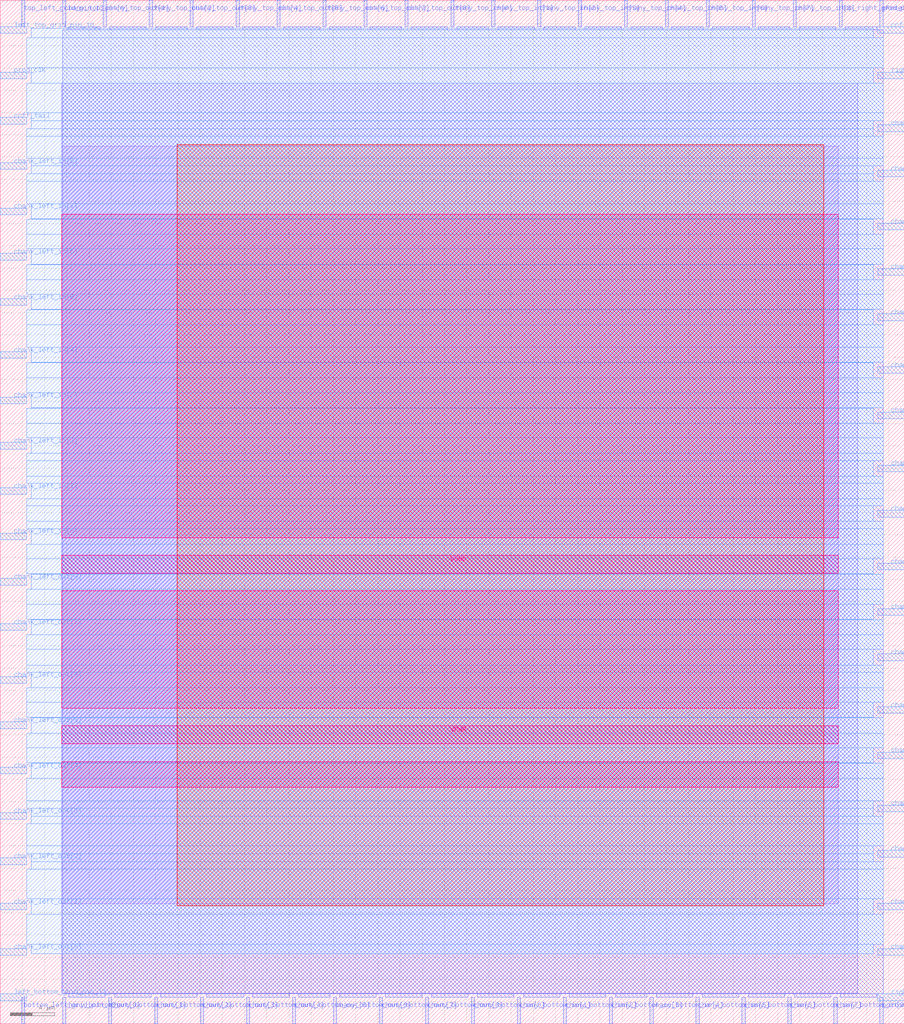
<source format=lef>
VERSION 5.7 ;
  NOWIREEXTENSIONATPIN ON ;
  DIVIDERCHAR "/" ;
  BUSBITCHARS "[]" ;
MACRO sb_1__1_
  CLASS BLOCK ;
  FOREIGN sb_1__1_ ;
  ORIGIN 0.000 0.000 ;
  SIZE 81.395 BY 92.115 ;
  PIN bottom_left_grid_pin_13_
    DIRECTION INPUT ;
    PORT
      LAYER met2 ;
        RECT 1.930 0.000 2.210 2.400 ;
    END
  END bottom_left_grid_pin_13_
  PIN bottom_right_grid_pin_11_
    DIRECTION INPUT ;
    PORT
      LAYER met2 ;
        RECT 79.210 0.000 79.490 2.400 ;
    END
  END bottom_right_grid_pin_11_
  PIN ccff_head
    DIRECTION INPUT ;
    PORT
      LAYER met3 ;
        RECT 78.995 89.120 81.395 89.720 ;
    END
  END ccff_head
  PIN ccff_tail
    DIRECTION OUTPUT TRISTATE ;
    PORT
      LAYER met3 ;
        RECT 0.000 80.960 2.400 81.560 ;
    END
  END ccff_tail
  PIN chanx_left_in[0]
    DIRECTION INPUT ;
    PORT
      LAYER met3 ;
        RECT 0.000 43.560 2.400 44.160 ;
    END
  END chanx_left_in[0]
  PIN chanx_left_in[1]
    DIRECTION INPUT ;
    PORT
      LAYER met3 ;
        RECT 0.000 47.640 2.400 48.240 ;
    END
  END chanx_left_in[1]
  PIN chanx_left_in[2]
    DIRECTION INPUT ;
    PORT
      LAYER met3 ;
        RECT 0.000 51.720 2.400 52.320 ;
    END
  END chanx_left_in[2]
  PIN chanx_left_in[3]
    DIRECTION INPUT ;
    PORT
      LAYER met3 ;
        RECT 0.000 55.800 2.400 56.400 ;
    END
  END chanx_left_in[3]
  PIN chanx_left_in[4]
    DIRECTION INPUT ;
    PORT
      LAYER met3 ;
        RECT 0.000 59.880 2.400 60.480 ;
    END
  END chanx_left_in[4]
  PIN chanx_left_in[5]
    DIRECTION INPUT ;
    PORT
      LAYER met3 ;
        RECT 0.000 64.640 2.400 65.240 ;
    END
  END chanx_left_in[5]
  PIN chanx_left_in[6]
    DIRECTION INPUT ;
    PORT
      LAYER met3 ;
        RECT 0.000 68.720 2.400 69.320 ;
    END
  END chanx_left_in[6]
  PIN chanx_left_in[7]
    DIRECTION INPUT ;
    PORT
      LAYER met3 ;
        RECT 0.000 72.800 2.400 73.400 ;
    END
  END chanx_left_in[7]
  PIN chanx_left_in[8]
    DIRECTION INPUT ;
    PORT
      LAYER met3 ;
        RECT 0.000 76.880 2.400 77.480 ;
    END
  END chanx_left_in[8]
  PIN chanx_left_out[0]
    DIRECTION OUTPUT TRISTATE ;
    PORT
      LAYER met3 ;
        RECT 0.000 6.160 2.400 6.760 ;
    END
  END chanx_left_out[0]
  PIN chanx_left_out[1]
    DIRECTION OUTPUT TRISTATE ;
    PORT
      LAYER met3 ;
        RECT 0.000 10.240 2.400 10.840 ;
    END
  END chanx_left_out[1]
  PIN chanx_left_out[2]
    DIRECTION OUTPUT TRISTATE ;
    PORT
      LAYER met3 ;
        RECT 0.000 14.320 2.400 14.920 ;
    END
  END chanx_left_out[2]
  PIN chanx_left_out[3]
    DIRECTION OUTPUT TRISTATE ;
    PORT
      LAYER met3 ;
        RECT 0.000 18.400 2.400 19.000 ;
    END
  END chanx_left_out[3]
  PIN chanx_left_out[4]
    DIRECTION OUTPUT TRISTATE ;
    PORT
      LAYER met3 ;
        RECT 0.000 22.480 2.400 23.080 ;
    END
  END chanx_left_out[4]
  PIN chanx_left_out[5]
    DIRECTION OUTPUT TRISTATE ;
    PORT
      LAYER met3 ;
        RECT 0.000 26.560 2.400 27.160 ;
    END
  END chanx_left_out[5]
  PIN chanx_left_out[6]
    DIRECTION OUTPUT TRISTATE ;
    PORT
      LAYER met3 ;
        RECT 0.000 30.640 2.400 31.240 ;
    END
  END chanx_left_out[6]
  PIN chanx_left_out[7]
    DIRECTION OUTPUT TRISTATE ;
    PORT
      LAYER met3 ;
        RECT 0.000 35.400 2.400 36.000 ;
    END
  END chanx_left_out[7]
  PIN chanx_left_out[8]
    DIRECTION OUTPUT TRISTATE ;
    PORT
      LAYER met3 ;
        RECT 0.000 39.480 2.400 40.080 ;
    END
  END chanx_left_out[8]
  PIN chanx_right_in[0]
    DIRECTION INPUT ;
    PORT
      LAYER met3 ;
        RECT 78.995 45.600 81.395 46.200 ;
    END
  END chanx_right_in[0]
  PIN chanx_right_in[1]
    DIRECTION INPUT ;
    PORT
      LAYER met3 ;
        RECT 78.995 49.680 81.395 50.280 ;
    END
  END chanx_right_in[1]
  PIN chanx_right_in[2]
    DIRECTION INPUT ;
    PORT
      LAYER met3 ;
        RECT 78.995 54.440 81.395 55.040 ;
    END
  END chanx_right_in[2]
  PIN chanx_right_in[3]
    DIRECTION INPUT ;
    PORT
      LAYER met3 ;
        RECT 78.995 58.520 81.395 59.120 ;
    END
  END chanx_right_in[3]
  PIN chanx_right_in[4]
    DIRECTION INPUT ;
    PORT
      LAYER met3 ;
        RECT 78.995 63.280 81.395 63.880 ;
    END
  END chanx_right_in[4]
  PIN chanx_right_in[5]
    DIRECTION INPUT ;
    PORT
      LAYER met3 ;
        RECT 78.995 67.360 81.395 67.960 ;
    END
  END chanx_right_in[5]
  PIN chanx_right_in[6]
    DIRECTION INPUT ;
    PORT
      LAYER met3 ;
        RECT 78.995 71.440 81.395 72.040 ;
    END
  END chanx_right_in[6]
  PIN chanx_right_in[7]
    DIRECTION INPUT ;
    PORT
      LAYER met3 ;
        RECT 78.995 76.200 81.395 76.800 ;
    END
  END chanx_right_in[7]
  PIN chanx_right_in[8]
    DIRECTION INPUT ;
    PORT
      LAYER met3 ;
        RECT 78.995 80.280 81.395 80.880 ;
    END
  END chanx_right_in[8]
  PIN chanx_right_out[0]
    DIRECTION OUTPUT TRISTATE ;
    PORT
      LAYER met3 ;
        RECT 78.995 6.160 81.395 6.760 ;
    END
  END chanx_right_out[0]
  PIN chanx_right_out[1]
    DIRECTION OUTPUT TRISTATE ;
    PORT
      LAYER met3 ;
        RECT 78.995 10.240 81.395 10.840 ;
    END
  END chanx_right_out[1]
  PIN chanx_right_out[2]
    DIRECTION OUTPUT TRISTATE ;
    PORT
      LAYER met3 ;
        RECT 78.995 15.000 81.395 15.600 ;
    END
  END chanx_right_out[2]
  PIN chanx_right_out[3]
    DIRECTION OUTPUT TRISTATE ;
    PORT
      LAYER met3 ;
        RECT 78.995 19.080 81.395 19.680 ;
    END
  END chanx_right_out[3]
  PIN chanx_right_out[4]
    DIRECTION OUTPUT TRISTATE ;
    PORT
      LAYER met3 ;
        RECT 78.995 23.840 81.395 24.440 ;
    END
  END chanx_right_out[4]
  PIN chanx_right_out[5]
    DIRECTION OUTPUT TRISTATE ;
    PORT
      LAYER met3 ;
        RECT 78.995 27.920 81.395 28.520 ;
    END
  END chanx_right_out[5]
  PIN chanx_right_out[6]
    DIRECTION OUTPUT TRISTATE ;
    PORT
      LAYER met3 ;
        RECT 78.995 32.680 81.395 33.280 ;
    END
  END chanx_right_out[6]
  PIN chanx_right_out[7]
    DIRECTION OUTPUT TRISTATE ;
    PORT
      LAYER met3 ;
        RECT 78.995 36.760 81.395 37.360 ;
    END
  END chanx_right_out[7]
  PIN chanx_right_out[8]
    DIRECTION OUTPUT TRISTATE ;
    PORT
      LAYER met3 ;
        RECT 78.995 40.840 81.395 41.440 ;
    END
  END chanx_right_out[8]
  PIN chany_bottom_in[0]
    DIRECTION INPUT ;
    PORT
      LAYER met2 ;
        RECT 42.410 0.000 42.690 2.400 ;
    END
  END chany_bottom_in[0]
  PIN chany_bottom_in[1]
    DIRECTION INPUT ;
    PORT
      LAYER met2 ;
        RECT 46.550 0.000 46.830 2.400 ;
    END
  END chany_bottom_in[1]
  PIN chany_bottom_in[2]
    DIRECTION INPUT ;
    PORT
      LAYER met2 ;
        RECT 50.690 0.000 50.970 2.400 ;
    END
  END chany_bottom_in[2]
  PIN chany_bottom_in[3]
    DIRECTION INPUT ;
    PORT
      LAYER met2 ;
        RECT 54.830 0.000 55.110 2.400 ;
    END
  END chany_bottom_in[3]
  PIN chany_bottom_in[4]
    DIRECTION INPUT ;
    PORT
      LAYER met2 ;
        RECT 58.510 0.000 58.790 2.400 ;
    END
  END chany_bottom_in[4]
  PIN chany_bottom_in[5]
    DIRECTION INPUT ;
    PORT
      LAYER met2 ;
        RECT 62.650 0.000 62.930 2.400 ;
    END
  END chany_bottom_in[5]
  PIN chany_bottom_in[6]
    DIRECTION INPUT ;
    PORT
      LAYER met2 ;
        RECT 66.790 0.000 67.070 2.400 ;
    END
  END chany_bottom_in[6]
  PIN chany_bottom_in[7]
    DIRECTION INPUT ;
    PORT
      LAYER met2 ;
        RECT 70.930 0.000 71.210 2.400 ;
    END
  END chany_bottom_in[7]
  PIN chany_bottom_in[8]
    DIRECTION INPUT ;
    PORT
      LAYER met2 ;
        RECT 75.070 0.000 75.350 2.400 ;
    END
  END chany_bottom_in[8]
  PIN chany_bottom_out[0]
    DIRECTION OUTPUT TRISTATE ;
    PORT
      LAYER met2 ;
        RECT 5.610 0.000 5.890 2.400 ;
    END
  END chany_bottom_out[0]
  PIN chany_bottom_out[1]
    DIRECTION OUTPUT TRISTATE ;
    PORT
      LAYER met2 ;
        RECT 9.750 0.000 10.030 2.400 ;
    END
  END chany_bottom_out[1]
  PIN chany_bottom_out[2]
    DIRECTION OUTPUT TRISTATE ;
    PORT
      LAYER met2 ;
        RECT 13.890 0.000 14.170 2.400 ;
    END
  END chany_bottom_out[2]
  PIN chany_bottom_out[3]
    DIRECTION OUTPUT TRISTATE ;
    PORT
      LAYER met2 ;
        RECT 18.030 0.000 18.310 2.400 ;
    END
  END chany_bottom_out[3]
  PIN chany_bottom_out[4]
    DIRECTION OUTPUT TRISTATE ;
    PORT
      LAYER met2 ;
        RECT 22.170 0.000 22.450 2.400 ;
    END
  END chany_bottom_out[4]
  PIN chany_bottom_out[5]
    DIRECTION OUTPUT TRISTATE ;
    PORT
      LAYER met2 ;
        RECT 26.310 0.000 26.590 2.400 ;
    END
  END chany_bottom_out[5]
  PIN chany_bottom_out[6]
    DIRECTION OUTPUT TRISTATE ;
    PORT
      LAYER met2 ;
        RECT 29.990 0.000 30.270 2.400 ;
    END
  END chany_bottom_out[6]
  PIN chany_bottom_out[7]
    DIRECTION OUTPUT TRISTATE ;
    PORT
      LAYER met2 ;
        RECT 34.130 0.000 34.410 2.400 ;
    END
  END chany_bottom_out[7]
  PIN chany_bottom_out[8]
    DIRECTION OUTPUT TRISTATE ;
    PORT
      LAYER met2 ;
        RECT 38.270 0.000 38.550 2.400 ;
    END
  END chany_bottom_out[8]
  PIN chany_top_in[0]
    DIRECTION INPUT ;
    PORT
      LAYER met2 ;
        RECT 40.570 89.715 40.850 92.115 ;
    END
  END chany_top_in[0]
  PIN chany_top_in[1]
    DIRECTION INPUT ;
    PORT
      LAYER met2 ;
        RECT 44.250 89.715 44.530 92.115 ;
    END
  END chany_top_in[1]
  PIN chany_top_in[2]
    DIRECTION INPUT ;
    PORT
      LAYER met2 ;
        RECT 48.390 89.715 48.670 92.115 ;
    END
  END chany_top_in[2]
  PIN chany_top_in[3]
    DIRECTION INPUT ;
    PORT
      LAYER met2 ;
        RECT 52.070 89.715 52.350 92.115 ;
    END
  END chany_top_in[3]
  PIN chany_top_in[4]
    DIRECTION INPUT ;
    PORT
      LAYER met2 ;
        RECT 56.210 89.715 56.490 92.115 ;
    END
  END chany_top_in[4]
  PIN chany_top_in[5]
    DIRECTION INPUT ;
    PORT
      LAYER met2 ;
        RECT 59.890 89.715 60.170 92.115 ;
    END
  END chany_top_in[5]
  PIN chany_top_in[6]
    DIRECTION INPUT ;
    PORT
      LAYER met2 ;
        RECT 63.570 89.715 63.850 92.115 ;
    END
  END chany_top_in[6]
  PIN chany_top_in[7]
    DIRECTION INPUT ;
    PORT
      LAYER met2 ;
        RECT 67.710 89.715 67.990 92.115 ;
    END
  END chany_top_in[7]
  PIN chany_top_in[8]
    DIRECTION INPUT ;
    PORT
      LAYER met2 ;
        RECT 71.390 89.715 71.670 92.115 ;
    END
  END chany_top_in[8]
  PIN chany_top_out[0]
    DIRECTION OUTPUT TRISTATE ;
    PORT
      LAYER met2 ;
        RECT 5.610 89.715 5.890 92.115 ;
    END
  END chany_top_out[0]
  PIN chany_top_out[1]
    DIRECTION OUTPUT TRISTATE ;
    PORT
      LAYER met2 ;
        RECT 9.290 89.715 9.570 92.115 ;
    END
  END chany_top_out[1]
  PIN chany_top_out[2]
    DIRECTION OUTPUT TRISTATE ;
    PORT
      LAYER met2 ;
        RECT 13.430 89.715 13.710 92.115 ;
    END
  END chany_top_out[2]
  PIN chany_top_out[3]
    DIRECTION OUTPUT TRISTATE ;
    PORT
      LAYER met2 ;
        RECT 17.110 89.715 17.390 92.115 ;
    END
  END chany_top_out[3]
  PIN chany_top_out[4]
    DIRECTION OUTPUT TRISTATE ;
    PORT
      LAYER met2 ;
        RECT 21.250 89.715 21.530 92.115 ;
    END
  END chany_top_out[4]
  PIN chany_top_out[5]
    DIRECTION OUTPUT TRISTATE ;
    PORT
      LAYER met2 ;
        RECT 24.930 89.715 25.210 92.115 ;
    END
  END chany_top_out[5]
  PIN chany_top_out[6]
    DIRECTION OUTPUT TRISTATE ;
    PORT
      LAYER met2 ;
        RECT 29.070 89.715 29.350 92.115 ;
    END
  END chany_top_out[6]
  PIN chany_top_out[7]
    DIRECTION OUTPUT TRISTATE ;
    PORT
      LAYER met2 ;
        RECT 32.750 89.715 33.030 92.115 ;
    END
  END chany_top_out[7]
  PIN chany_top_out[8]
    DIRECTION OUTPUT TRISTATE ;
    PORT
      LAYER met2 ;
        RECT 36.430 89.715 36.710 92.115 ;
    END
  END chany_top_out[8]
  PIN left_bottom_grid_pin_12_
    DIRECTION INPUT ;
    PORT
      LAYER met3 ;
        RECT 0.000 2.080 2.400 2.680 ;
    END
  END left_bottom_grid_pin_12_
  PIN left_top_grid_pin_10_
    DIRECTION INPUT ;
    PORT
      LAYER met3 ;
        RECT 0.000 89.120 2.400 89.720 ;
    END
  END left_top_grid_pin_10_
  PIN pReset
    DIRECTION INPUT ;
    PORT
      LAYER met2 ;
        RECT 79.210 89.715 79.490 92.115 ;
    END
  END pReset
  PIN prog_clk
    DIRECTION INPUT ;
    PORT
      LAYER met3 ;
        RECT 0.000 85.040 2.400 85.640 ;
    END
  END prog_clk
  PIN right_bottom_grid_pin_12_
    DIRECTION INPUT ;
    PORT
      LAYER met3 ;
        RECT 78.995 2.080 81.395 2.680 ;
    END
  END right_bottom_grid_pin_12_
  PIN right_top_grid_pin_10_
    DIRECTION INPUT ;
    PORT
      LAYER met3 ;
        RECT 78.995 85.040 81.395 85.640 ;
    END
  END right_top_grid_pin_10_
  PIN top_left_grid_pin_13_
    DIRECTION INPUT ;
    PORT
      LAYER met2 ;
        RECT 1.930 89.715 2.210 92.115 ;
    END
  END top_left_grid_pin_13_
  PIN top_right_grid_pin_11_
    DIRECTION INPUT ;
    PORT
      LAYER met2 ;
        RECT 75.530 89.715 75.810 92.115 ;
    END
  END top_right_grid_pin_11_
  PIN VPWR
    DIRECTION INPUT ;
    USE POWER ;
    PORT
      LAYER met5 ;
        RECT 5.520 25.195 75.440 26.795 ;
    END
  END VPWR
  PIN VGND
    DIRECTION INPUT ;
    USE GROUND ;
    PORT
      LAYER met5 ;
        RECT 5.520 40.545 75.440 42.145 ;
    END
  END VGND
  OBS
      LAYER li1 ;
        RECT 5.520 10.795 75.440 78.965 ;
      LAYER met1 ;
        RECT 5.520 2.760 77.210 84.620 ;
      LAYER met2 ;
        RECT 6.170 89.435 9.010 89.715 ;
        RECT 9.850 89.435 13.150 89.715 ;
        RECT 13.990 89.435 16.830 89.715 ;
        RECT 17.670 89.435 20.970 89.715 ;
        RECT 21.810 89.435 24.650 89.715 ;
        RECT 25.490 89.435 28.790 89.715 ;
        RECT 29.630 89.435 32.470 89.715 ;
        RECT 33.310 89.435 36.150 89.715 ;
        RECT 36.990 89.435 40.290 89.715 ;
        RECT 41.130 89.435 43.970 89.715 ;
        RECT 44.810 89.435 48.110 89.715 ;
        RECT 48.950 89.435 51.790 89.715 ;
        RECT 52.630 89.435 55.930 89.715 ;
        RECT 56.770 89.435 59.610 89.715 ;
        RECT 60.450 89.435 63.290 89.715 ;
        RECT 64.130 89.435 67.430 89.715 ;
        RECT 68.270 89.435 71.110 89.715 ;
        RECT 71.950 89.435 75.250 89.715 ;
        RECT 76.090 89.435 78.930 89.715 ;
        RECT 5.610 2.680 79.490 89.435 ;
        RECT 6.170 2.400 9.470 2.680 ;
        RECT 10.310 2.400 13.610 2.680 ;
        RECT 14.450 2.400 17.750 2.680 ;
        RECT 18.590 2.400 21.890 2.680 ;
        RECT 22.730 2.400 26.030 2.680 ;
        RECT 26.870 2.400 29.710 2.680 ;
        RECT 30.550 2.400 33.850 2.680 ;
        RECT 34.690 2.400 37.990 2.680 ;
        RECT 38.830 2.400 42.130 2.680 ;
        RECT 42.970 2.400 46.270 2.680 ;
        RECT 47.110 2.400 50.410 2.680 ;
        RECT 51.250 2.400 54.550 2.680 ;
        RECT 55.390 2.400 58.230 2.680 ;
        RECT 59.070 2.400 62.370 2.680 ;
        RECT 63.210 2.400 66.510 2.680 ;
        RECT 67.350 2.400 70.650 2.680 ;
        RECT 71.490 2.400 74.790 2.680 ;
        RECT 75.630 2.400 78.930 2.680 ;
      LAYER met3 ;
        RECT 2.800 88.720 78.595 89.585 ;
        RECT 2.400 86.040 79.515 88.720 ;
        RECT 2.800 84.640 78.595 86.040 ;
        RECT 2.400 81.960 79.515 84.640 ;
        RECT 2.800 81.280 79.515 81.960 ;
        RECT 2.800 80.560 78.595 81.280 ;
        RECT 2.400 79.880 78.595 80.560 ;
        RECT 2.400 77.880 79.515 79.880 ;
        RECT 2.800 77.200 79.515 77.880 ;
        RECT 2.800 76.480 78.595 77.200 ;
        RECT 2.400 75.800 78.595 76.480 ;
        RECT 2.400 73.800 79.515 75.800 ;
        RECT 2.800 72.440 79.515 73.800 ;
        RECT 2.800 72.400 78.595 72.440 ;
        RECT 2.400 71.040 78.595 72.400 ;
        RECT 2.400 69.720 79.515 71.040 ;
        RECT 2.800 68.360 79.515 69.720 ;
        RECT 2.800 68.320 78.595 68.360 ;
        RECT 2.400 66.960 78.595 68.320 ;
        RECT 2.400 65.640 79.515 66.960 ;
        RECT 2.800 64.280 79.515 65.640 ;
        RECT 2.800 64.240 78.595 64.280 ;
        RECT 2.400 62.880 78.595 64.240 ;
        RECT 2.400 60.880 79.515 62.880 ;
        RECT 2.800 59.520 79.515 60.880 ;
        RECT 2.800 59.480 78.595 59.520 ;
        RECT 2.400 58.120 78.595 59.480 ;
        RECT 2.400 56.800 79.515 58.120 ;
        RECT 2.800 55.440 79.515 56.800 ;
        RECT 2.800 55.400 78.595 55.440 ;
        RECT 2.400 54.040 78.595 55.400 ;
        RECT 2.400 52.720 79.515 54.040 ;
        RECT 2.800 51.320 79.515 52.720 ;
        RECT 2.400 50.680 79.515 51.320 ;
        RECT 2.400 49.280 78.595 50.680 ;
        RECT 2.400 48.640 79.515 49.280 ;
        RECT 2.800 47.240 79.515 48.640 ;
        RECT 2.400 46.600 79.515 47.240 ;
        RECT 2.400 45.200 78.595 46.600 ;
        RECT 2.400 44.560 79.515 45.200 ;
        RECT 2.800 43.160 79.515 44.560 ;
        RECT 2.400 41.840 79.515 43.160 ;
        RECT 2.400 40.480 78.595 41.840 ;
        RECT 2.800 40.440 78.595 40.480 ;
        RECT 2.800 39.080 79.515 40.440 ;
        RECT 2.400 37.760 79.515 39.080 ;
        RECT 2.400 36.400 78.595 37.760 ;
        RECT 2.800 36.360 78.595 36.400 ;
        RECT 2.800 35.000 79.515 36.360 ;
        RECT 2.400 33.680 79.515 35.000 ;
        RECT 2.400 32.280 78.595 33.680 ;
        RECT 2.400 31.640 79.515 32.280 ;
        RECT 2.800 30.240 79.515 31.640 ;
        RECT 2.400 28.920 79.515 30.240 ;
        RECT 2.400 27.560 78.595 28.920 ;
        RECT 2.800 27.520 78.595 27.560 ;
        RECT 2.800 26.160 79.515 27.520 ;
        RECT 2.400 24.840 79.515 26.160 ;
        RECT 2.400 23.480 78.595 24.840 ;
        RECT 2.800 23.440 78.595 23.480 ;
        RECT 2.800 22.080 79.515 23.440 ;
        RECT 2.400 20.080 79.515 22.080 ;
        RECT 2.400 19.400 78.595 20.080 ;
        RECT 2.800 18.680 78.595 19.400 ;
        RECT 2.800 18.000 79.515 18.680 ;
        RECT 2.400 16.000 79.515 18.000 ;
        RECT 2.400 15.320 78.595 16.000 ;
        RECT 2.800 14.600 78.595 15.320 ;
        RECT 2.800 13.920 79.515 14.600 ;
        RECT 2.400 11.240 79.515 13.920 ;
        RECT 2.800 9.840 78.595 11.240 ;
        RECT 2.400 7.160 79.515 9.840 ;
        RECT 2.800 6.295 78.595 7.160 ;
      LAYER met4 ;
        RECT 15.935 10.640 74.150 79.120 ;
      LAYER met5 ;
        RECT 5.520 43.745 75.440 72.850 ;
        RECT 5.520 28.395 75.440 38.945 ;
        RECT 5.520 21.300 75.440 23.595 ;
  END
END sb_1__1_
END LIBRARY


</source>
